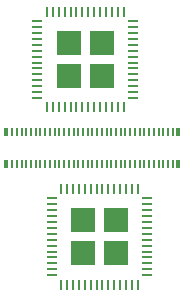
<source format=gtp>
G75*
%MOIN*%
%OFA0B0*%
%FSLAX25Y25*%
%IPPOS*%
%LPD*%
%AMOC8*
5,1,8,0,0,1.08239X$1,22.5*
%
%ADD10R,0.03543X0.00984*%
%ADD11R,0.00984X0.03543*%
%ADD12R,0.07874X0.07874*%
%ADD13R,0.00906X0.02598*%
%ADD14R,0.01378X0.02598*%
D10*
X0023195Y0014140D03*
X0023195Y0016108D03*
X0023195Y0018077D03*
X0023195Y0020045D03*
X0023195Y0022014D03*
X0023195Y0023982D03*
X0023195Y0025951D03*
X0023195Y0027919D03*
X0023195Y0029888D03*
X0023195Y0031856D03*
X0023195Y0033825D03*
X0023195Y0035793D03*
X0023195Y0037762D03*
X0023195Y0039730D03*
X0018470Y0073195D03*
X0018470Y0075163D03*
X0018470Y0077132D03*
X0018470Y0079100D03*
X0018470Y0081069D03*
X0018470Y0083037D03*
X0018470Y0085006D03*
X0018470Y0086974D03*
X0018470Y0088943D03*
X0018470Y0090911D03*
X0018470Y0092880D03*
X0018470Y0094848D03*
X0018470Y0096817D03*
X0018470Y0098785D03*
X0050360Y0098785D03*
X0050360Y0096817D03*
X0050360Y0094848D03*
X0050360Y0092880D03*
X0050360Y0090911D03*
X0050360Y0088943D03*
X0050360Y0086974D03*
X0050360Y0085006D03*
X0050360Y0083037D03*
X0050360Y0081069D03*
X0050360Y0079100D03*
X0050360Y0077132D03*
X0050360Y0075163D03*
X0050360Y0073195D03*
X0055085Y0039730D03*
X0055085Y0037762D03*
X0055085Y0035793D03*
X0055085Y0033825D03*
X0055085Y0031856D03*
X0055085Y0029888D03*
X0055085Y0027919D03*
X0055085Y0025951D03*
X0055085Y0023982D03*
X0055085Y0022014D03*
X0055085Y0020045D03*
X0055085Y0018077D03*
X0055085Y0016108D03*
X0055085Y0014140D03*
D11*
X0051935Y0010990D03*
X0049967Y0010990D03*
X0047998Y0010990D03*
X0046030Y0010990D03*
X0044061Y0010990D03*
X0042093Y0010990D03*
X0040124Y0010990D03*
X0038156Y0010990D03*
X0036187Y0010990D03*
X0034219Y0010990D03*
X0032250Y0010990D03*
X0030281Y0010990D03*
X0028313Y0010990D03*
X0026344Y0010990D03*
X0026344Y0042880D03*
X0028313Y0042880D03*
X0030281Y0042880D03*
X0032250Y0042880D03*
X0034219Y0042880D03*
X0036187Y0042880D03*
X0038156Y0042880D03*
X0040124Y0042880D03*
X0042093Y0042880D03*
X0044061Y0042880D03*
X0046030Y0042880D03*
X0047998Y0042880D03*
X0049967Y0042880D03*
X0051935Y0042880D03*
X0047211Y0070045D03*
X0045242Y0070045D03*
X0043274Y0070045D03*
X0041305Y0070045D03*
X0039337Y0070045D03*
X0037368Y0070045D03*
X0035400Y0070045D03*
X0033431Y0070045D03*
X0031463Y0070045D03*
X0029494Y0070045D03*
X0027526Y0070045D03*
X0025557Y0070045D03*
X0023589Y0070045D03*
X0021620Y0070045D03*
X0021620Y0101935D03*
X0023589Y0101935D03*
X0025557Y0101935D03*
X0027526Y0101935D03*
X0029494Y0101935D03*
X0031463Y0101935D03*
X0033431Y0101935D03*
X0035400Y0101935D03*
X0037368Y0101935D03*
X0039337Y0101935D03*
X0041305Y0101935D03*
X0043274Y0101935D03*
X0045242Y0101935D03*
X0047211Y0101935D03*
D12*
X0039927Y0091502D03*
X0039927Y0080478D03*
X0028904Y0080478D03*
X0028904Y0091502D03*
X0033628Y0032447D03*
X0033628Y0021423D03*
X0044652Y0021423D03*
X0044652Y0032447D03*
D13*
X0044652Y0051128D03*
X0046226Y0051128D03*
X0047801Y0051128D03*
X0049376Y0051128D03*
X0050951Y0051128D03*
X0052526Y0051128D03*
X0054100Y0051128D03*
X0055675Y0051128D03*
X0057250Y0051128D03*
X0058825Y0051128D03*
X0060400Y0051128D03*
X0061974Y0051128D03*
X0063549Y0051128D03*
X0063549Y0061797D03*
X0061974Y0061797D03*
X0060400Y0061797D03*
X0058825Y0061797D03*
X0057250Y0061797D03*
X0055675Y0061797D03*
X0054100Y0061797D03*
X0052526Y0061797D03*
X0050951Y0061797D03*
X0049376Y0061797D03*
X0047801Y0061797D03*
X0046226Y0061797D03*
X0044652Y0061797D03*
X0043077Y0061797D03*
X0041502Y0061797D03*
X0039927Y0061797D03*
X0038352Y0061797D03*
X0036778Y0061797D03*
X0035203Y0061797D03*
X0033628Y0061797D03*
X0032053Y0061797D03*
X0030478Y0061797D03*
X0028904Y0061797D03*
X0027329Y0061797D03*
X0025754Y0061797D03*
X0024179Y0061797D03*
X0022604Y0061797D03*
X0021030Y0061797D03*
X0019455Y0061797D03*
X0017880Y0061797D03*
X0016305Y0061797D03*
X0014730Y0061797D03*
X0013156Y0061797D03*
X0011581Y0061797D03*
X0010006Y0061797D03*
X0010006Y0051128D03*
X0011581Y0051128D03*
X0013156Y0051128D03*
X0014730Y0051128D03*
X0016305Y0051128D03*
X0017880Y0051128D03*
X0019455Y0051128D03*
X0021030Y0051128D03*
X0022604Y0051128D03*
X0024179Y0051128D03*
X0025754Y0051128D03*
X0027329Y0051128D03*
X0028904Y0051128D03*
X0030478Y0051128D03*
X0032053Y0051128D03*
X0033628Y0051128D03*
X0035203Y0051128D03*
X0036778Y0051128D03*
X0038352Y0051128D03*
X0039927Y0051128D03*
X0041502Y0051128D03*
X0043077Y0051128D03*
D14*
X0065419Y0051128D03*
X0065419Y0061797D03*
X0008136Y0061797D03*
X0008136Y0051128D03*
M02*

</source>
